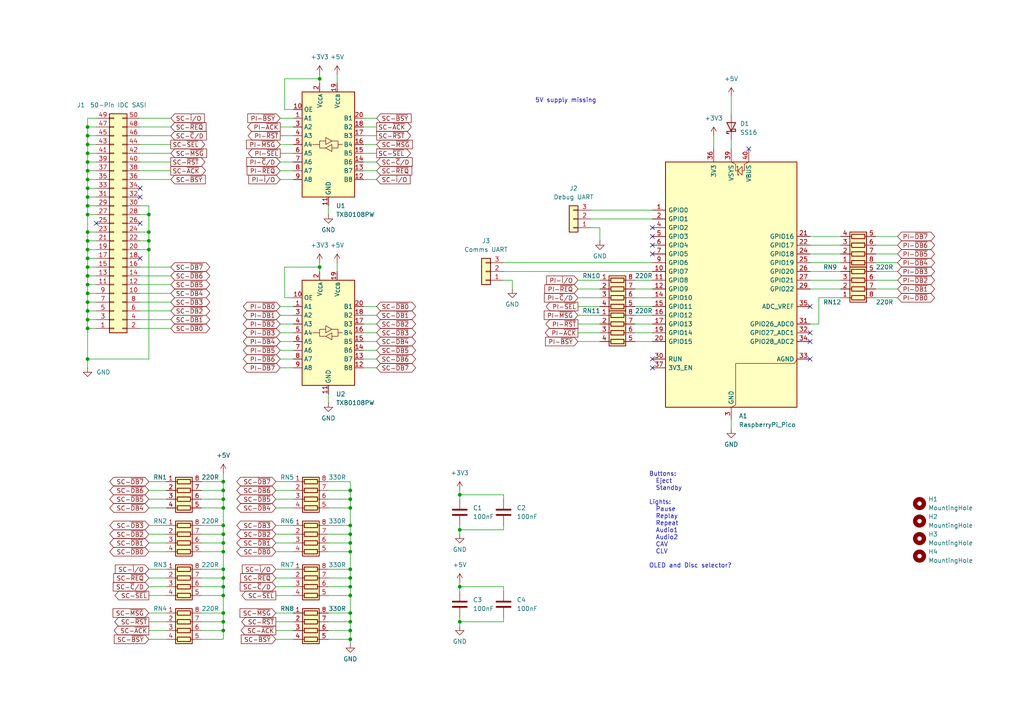
<source format=kicad_sch>
(kicad_sch (version 20231120) (generator "eeschema") (generator_version "8.0")
  (paper "A4")
  (title_block (title "SCSI1 USB Interface") (date "2025-03-15") (rev "1_0") (company "https://domesday86.com") (comment 1 "(c) 2025 Simon Inns") (comment 2 "License: Attribution-ShareAlike 4.0 International (CC BY-SA 4.0)"))
  (junction (at 101.6 177.8))
  (junction (at 101.6 170.18))
  (junction (at 25.4 82.55))
  (junction (at 64.77 180.34))
  (junction (at 25.4 92.71))
  (junction (at 43.18 62.23))
  (junction (at 25.4 95.25))
  (junction (at 25.4 52.07))
  (junction (at 133.35 153.67))
  (junction (at 25.4 39.37))
  (junction (at 25.4 36.83))
  (junction (at 64.77 152.4))
  (junction (at 101.6 142.24))
  (junction (at 25.4 44.45))
  (junction (at 64.77 167.64))
  (junction (at 64.77 165.1))
  (junction (at 101.6 147.32))
  (junction (at 64.77 182.88))
  (junction (at 64.77 139.7))
  (junction (at 64.77 144.78))
  (junction (at 64.77 147.32))
  (junction (at 101.6 167.64))
  (junction (at 101.6 165.1))
  (junction (at 25.4 46.99))
  (junction (at 64.77 177.8))
  (junction (at 25.4 77.47))
  (junction (at 64.77 157.48))
  (junction (at 101.6 185.42))
  (junction (at 25.4 72.39))
  (junction (at 43.18 69.85))
  (junction (at 101.6 182.88))
  (junction (at 43.18 72.39))
  (junction (at 101.6 154.94))
  (junction (at 101.6 160.02))
  (junction (at 25.4 90.17))
  (junction (at 101.6 144.78))
  (junction (at 64.77 160.02))
  (junction (at 101.6 152.4))
  (junction (at 64.77 154.94))
  (junction (at 25.4 74.93))
  (junction (at 25.4 62.23))
  (junction (at 25.4 59.69))
  (junction (at 25.4 80.01))
  (junction (at 92.71 22.86))
  (junction (at 101.6 172.72))
  (junction (at 101.6 157.48))
  (junction (at 133.35 180.34))
  (junction (at 25.4 69.85))
  (junction (at 25.4 41.91))
  (junction (at 64.77 172.72))
  (junction (at 101.6 180.34))
  (junction (at 25.4 85.09))
  (junction (at 25.4 104.14))
  (junction (at 25.4 67.31))
  (junction (at 133.35 170.18))
  (junction (at 92.71 77.47))
  (junction (at 64.77 170.18))
  (junction (at 43.18 67.31))
  (junction (at 25.4 49.53))
  (junction (at 64.77 142.24))
  (junction (at 133.35 143.51))
  (junction (at 25.4 54.61))
  (junction (at 25.4 87.63))
  (junction (at 25.4 57.15))
  (no_connect (at 217.17 43.18))
  (no_connect (at 40.64 64.77))
  (no_connect (at 40.64 54.61))
  (no_connect (at 234.95 99.06))
  (no_connect (at 27.94 64.77))
  (no_connect (at 189.23 71.12))
  (no_connect (at 234.95 96.52))
  (no_connect (at 189.23 68.58))
  (no_connect (at 189.23 106.68))
  (no_connect (at 189.23 66.04))
  (no_connect (at 234.95 88.9))
  (no_connect (at 234.95 104.14))
  (no_connect (at 40.64 74.93))
  (no_connect (at 189.23 104.14))
  (no_connect (at 40.64 57.15))
  (no_connect (at 189.23 73.66))
  (wire (pts (xy 80.01 142.24) (xy 85.09 142.24)))
  (wire (pts (xy 25.4 82.55) (xy 25.4 80.01)))
  (wire (pts (xy 25.4 67.31) (xy 27.94 67.31)))
  (wire (pts (xy 43.18 144.78) (xy 48.26 144.78)))
  (wire (pts (xy 25.4 77.47) (xy 27.94 77.47)))
  (wire (pts (xy 167.64 83.82) (xy 173.99 83.82)))
  (wire (pts (xy 148.59 81.28) (xy 148.59 83.82)))
  (wire (pts (xy 234.95 78.74) (xy 243.84 78.74)))
  (wire (pts (xy 25.4 41.91) (xy 25.4 39.37)))
  (wire (pts (xy 40.64 72.39) (xy 43.18 72.39)))
  (wire (pts (xy 133.35 170.18) (xy 146.05 170.18)))
  (wire (pts (xy 81.28 96.52) (xy 85.09 96.52)))
  (wire (pts (xy 25.4 90.17) (xy 25.4 87.63)))
  (wire (pts (xy 25.4 74.93) (xy 25.4 72.39)))
  (wire (pts (xy 133.35 171.45) (xy 133.35 170.18)))
  (wire (pts (xy 146.05 170.18) (xy 146.05 171.45)))
  (wire (pts (xy 101.6 147.32) (xy 95.25 147.32)))
  (wire (pts (xy 40.64 44.45) (xy 49.53 44.45)))
  (wire (pts (xy 25.4 95.25) (xy 27.94 95.25)))
  (wire (pts (xy 101.6 165.1) (xy 101.6 167.64)))
  (wire (pts (xy 237.49 93.98) (xy 237.49 86.36)))
  (wire (pts (xy 40.64 87.63) (xy 49.53 87.63)))
  (wire (pts (xy 80.01 139.7) (xy 85.09 139.7)))
  (wire (pts (xy 101.6 154.94) (xy 101.6 157.48)))
  (wire (pts (xy 58.42 170.18) (xy 64.77 170.18)))
  (wire (pts (xy 58.42 152.4) (xy 64.77 152.4)))
  (wire (pts (xy 64.77 137.16) (xy 64.77 139.7)))
  (wire (pts (xy 146.05 152.4) (xy 146.05 153.67)))
  (wire (pts (xy 43.18 160.02) (xy 48.26 160.02)))
  (wire (pts (xy 105.41 93.98) (xy 109.22 93.98)))
  (wire (pts (xy 64.77 180.34) (xy 64.77 182.88)))
  (wire (pts (xy 167.64 93.98) (xy 173.99 93.98)))
  (wire (pts (xy 85.09 86.36) (xy 82.55 86.36)))
  (wire (pts (xy 64.77 170.18) (xy 64.77 172.72)))
  (wire (pts (xy 167.64 86.36) (xy 173.99 86.36)))
  (wire (pts (xy 105.41 88.9) (xy 109.22 88.9)))
  (wire (pts (xy 146.05 153.67) (xy 133.35 153.67)))
  (wire (pts (xy 81.28 46.99) (xy 85.09 46.99)))
  (wire (pts (xy 58.42 185.42) (xy 64.77 185.42)))
  (wire (pts (xy 81.28 88.9) (xy 85.09 88.9)))
  (wire (pts (xy 171.45 60.96) (xy 189.23 60.96)))
  (wire (pts (xy 58.42 172.72) (xy 64.77 172.72)))
  (wire (pts (xy 105.41 34.29) (xy 109.22 34.29)))
  (wire (pts (xy 25.4 72.39) (xy 27.94 72.39)))
  (wire (pts (xy 260.35 81.28) (xy 254 81.28)))
  (wire (pts (xy 101.6 142.24) (xy 101.6 144.78)))
  (wire (pts (xy 167.64 99.06) (xy 173.99 99.06)))
  (wire (pts (xy 40.64 46.99) (xy 49.53 46.99)))
  (wire (pts (xy 25.4 44.45) (xy 25.4 41.91)))
  (wire (pts (xy 105.41 46.99) (xy 109.22 46.99)))
  (wire (pts (xy 80.01 165.1) (xy 85.09 165.1)))
  (wire (pts (xy 64.77 167.64) (xy 64.77 170.18)))
  (wire (pts (xy 80.01 177.8) (xy 85.09 177.8)))
  (wire (pts (xy 25.4 44.45) (xy 27.94 44.45)))
  (wire (pts (xy 40.64 52.07) (xy 49.53 52.07)))
  (wire (pts (xy 40.64 34.29) (xy 49.53 34.29)))
  (wire (pts (xy 25.4 72.39) (xy 25.4 69.85)))
  (wire (pts (xy 101.6 139.7) (xy 101.6 142.24)))
  (wire (pts (xy 80.01 180.34) (xy 85.09 180.34)))
  (wire (pts (xy 58.42 180.34) (xy 64.77 180.34)))
  (wire (pts (xy 25.4 87.63) (xy 27.94 87.63)))
  (wire (pts (xy 207.01 39.37) (xy 207.01 43.18)))
  (wire (pts (xy 82.55 31.75) (xy 82.55 22.86)))
  (wire (pts (xy 25.4 52.07) (xy 27.94 52.07)))
  (wire (pts (xy 25.4 92.71) (xy 27.94 92.71)))
  (wire (pts (xy 81.28 44.45) (xy 85.09 44.45)))
  (wire (pts (xy 58.42 157.48) (xy 64.77 157.48)))
  (wire (pts (xy 64.77 157.48) (xy 64.77 160.02)))
  (wire (pts (xy 40.64 39.37) (xy 49.53 39.37)))
  (wire (pts (xy 80.01 157.48) (xy 85.09 157.48)))
  (wire (pts (xy 101.6 180.34) (xy 101.6 182.88)))
  (wire (pts (xy 101.6 139.7) (xy 95.25 139.7)))
  (wire (pts (xy 25.4 92.71) (xy 25.4 90.17)))
  (wire (pts (xy 40.64 67.31) (xy 43.18 67.31)))
  (wire (pts (xy 82.55 86.36) (xy 82.55 77.47)))
  (wire (pts (xy 43.18 104.14) (xy 25.4 104.14)))
  (wire (pts (xy 58.42 167.64) (xy 64.77 167.64)))
  (wire (pts (xy 101.6 157.48) (xy 101.6 160.02)))
  (wire (pts (xy 58.42 139.7) (xy 64.77 139.7)))
  (wire (pts (xy 25.4 69.85) (xy 27.94 69.85)))
  (wire (pts (xy 260.35 73.66) (xy 254 73.66)))
  (wire (pts (xy 43.18 165.1) (xy 48.26 165.1)))
  (wire (pts (xy 43.18 154.94) (xy 48.26 154.94)))
  (wire (pts (xy 133.35 180.34) (xy 133.35 179.07)))
  (wire (pts (xy 58.42 147.32) (xy 64.77 147.32)))
  (wire (pts (xy 101.6 167.64) (xy 95.25 167.64)))
  (wire (pts (xy 105.41 96.52) (xy 109.22 96.52)))
  (wire (pts (xy 25.4 67.31) (xy 25.4 62.23)))
  (wire (pts (xy 81.28 106.68) (xy 85.09 106.68)))
  (wire (pts (xy 81.28 39.37) (xy 85.09 39.37)))
  (wire (pts (xy 64.77 154.94) (xy 64.77 157.48)))
  (wire (pts (xy 40.64 62.23) (xy 43.18 62.23)))
  (wire (pts (xy 25.4 57.15) (xy 25.4 54.61)))
  (wire (pts (xy 58.42 144.78) (xy 64.77 144.78)))
  (wire (pts (xy 133.35 144.78) (xy 133.35 143.51)))
  (wire (pts (xy 25.4 69.85) (xy 25.4 67.31)))
  (wire (pts (xy 43.18 157.48) (xy 48.26 157.48)))
  (wire (pts (xy 184.15 86.36) (xy 189.23 86.36)))
  (wire (pts (xy 184.15 81.28) (xy 189.23 81.28)))
  (wire (pts (xy 105.41 104.14) (xy 109.22 104.14)))
  (wire (pts (xy 40.64 69.85) (xy 43.18 69.85)))
  (wire (pts (xy 92.71 22.86) (xy 92.71 24.13)))
  (wire (pts (xy 101.6 152.4) (xy 101.6 154.94)))
  (wire (pts (xy 101.6 144.78) (xy 101.6 147.32)))
  (wire (pts (xy 40.64 95.25) (xy 49.53 95.25)))
  (wire (pts (xy 80.01 167.64) (xy 85.09 167.64)))
  (wire (pts (xy 40.64 77.47) (xy 49.53 77.47)))
  (wire (pts (xy 101.6 177.8) (xy 95.25 177.8)))
  (wire (pts (xy 81.28 99.06) (xy 85.09 99.06)))
  (wire (pts (xy 101.6 185.42) (xy 101.6 186.69)))
  (wire (pts (xy 58.42 160.02) (xy 64.77 160.02)))
  (wire (pts (xy 85.09 31.75) (xy 82.55 31.75)))
  (wire (pts (xy 81.28 52.07) (xy 85.09 52.07)))
  (wire (pts (xy 212.09 40.64) (xy 212.09 43.18)))
  (wire (pts (xy 105.41 91.44) (xy 109.22 91.44)))
  (wire (pts (xy 184.15 93.98) (xy 189.23 93.98)))
  (wire (pts (xy 133.35 168.91) (xy 133.35 170.18)))
  (wire (pts (xy 25.4 59.69) (xy 25.4 57.15)))
  (wire (pts (xy 133.35 142.24) (xy 133.35 143.51)))
  (wire (pts (xy 184.15 99.06) (xy 189.23 99.06)))
  (wire (pts (xy 40.64 82.55) (xy 49.53 82.55)))
  (wire (pts (xy 25.4 82.55) (xy 27.94 82.55)))
  (wire (pts (xy 101.6 142.24) (xy 95.25 142.24)))
  (wire (pts (xy 25.4 74.93) (xy 27.94 74.93)))
  (wire (pts (xy 146.05 76.2) (xy 189.23 76.2)))
  (wire (pts (xy 173.99 66.04) (xy 173.99 69.85)))
  (wire (pts (xy 80.01 182.88) (xy 85.09 182.88)))
  (wire (pts (xy 81.28 91.44) (xy 85.09 91.44)))
  (wire (pts (xy 43.18 182.88) (xy 48.26 182.88)))
  (wire (pts (xy 64.77 172.72) (xy 64.77 177.8)))
  (wire (pts (xy 105.41 49.53) (xy 109.22 49.53)))
  (wire (pts (xy 43.18 72.39) (xy 43.18 69.85)))
  (wire (pts (xy 43.18 142.24) (xy 48.26 142.24)))
  (wire (pts (xy 25.4 52.07) (xy 25.4 49.53)))
  (wire (pts (xy 25.4 41.91) (xy 27.94 41.91)))
  (wire (pts (xy 101.6 177.8) (xy 101.6 180.34)))
  (wire (pts (xy 101.6 157.48) (xy 95.25 157.48)))
  (wire (pts (xy 105.41 39.37) (xy 109.22 39.37)))
  (wire (pts (xy 101.6 152.4) (xy 95.25 152.4)))
  (wire (pts (xy 105.41 44.45) (xy 109.22 44.45)))
  (wire (pts (xy 25.4 62.23) (xy 25.4 59.69)))
  (wire (pts (xy 146.05 81.28) (xy 148.59 81.28)))
  (wire (pts (xy 81.28 41.91) (xy 85.09 41.91)))
  (wire (pts (xy 43.18 185.42) (xy 48.26 185.42)))
  (wire (pts (xy 80.01 152.4) (xy 85.09 152.4)))
  (wire (pts (xy 25.4 49.53) (xy 25.4 46.99)))
  (wire (pts (xy 133.35 153.67) (xy 133.35 154.94)))
  (wire (pts (xy 167.64 81.28) (xy 173.99 81.28)))
  (wire (pts (xy 25.4 57.15) (xy 27.94 57.15)))
  (wire (pts (xy 25.4 95.25) (xy 25.4 92.71)))
  (wire (pts (xy 40.64 59.69) (xy 43.18 59.69)))
  (wire (pts (xy 58.42 165.1) (xy 64.77 165.1)))
  (wire (pts (xy 146.05 179.07) (xy 146.05 180.34)))
  (wire (pts (xy 43.18 147.32) (xy 48.26 147.32)))
  (wire (pts (xy 64.77 147.32) (xy 64.77 152.4)))
  (wire (pts (xy 234.95 83.82) (xy 243.84 83.82)))
  (wire (pts (xy 43.18 170.18) (xy 48.26 170.18)))
  (wire (pts (xy 234.95 76.2) (xy 243.84 76.2)))
  (wire (pts (xy 234.95 68.58) (xy 243.84 68.58)))
  (wire (pts (xy 167.64 91.44) (xy 173.99 91.44)))
  (wire (pts (xy 260.35 76.2) (xy 254 76.2)))
  (wire (pts (xy 146.05 180.34) (xy 133.35 180.34)))
  (wire (pts (xy 81.28 36.83) (xy 85.09 36.83)))
  (wire (pts (xy 81.28 104.14) (xy 85.09 104.14)))
  (wire (pts (xy 25.4 80.01) (xy 25.4 77.47)))
  (wire (pts (xy 260.35 86.36) (xy 254 86.36)))
  (wire (pts (xy 25.4 36.83) (xy 25.4 34.29)))
  (wire (pts (xy 58.42 177.8) (xy 64.77 177.8)))
  (wire (pts (xy 40.64 90.17) (xy 49.53 90.17)))
  (wire (pts (xy 25.4 77.47) (xy 25.4 74.93)))
  (wire (pts (xy 25.4 39.37) (xy 25.4 36.83)))
  (wire (pts (xy 105.41 36.83) (xy 109.22 36.83)))
  (wire (pts (xy 234.95 81.28) (xy 243.84 81.28)))
  (wire (pts (xy 234.95 73.66) (xy 243.84 73.66)))
  (wire (pts (xy 184.15 96.52) (xy 189.23 96.52)))
  (wire (pts (xy 25.4 34.29) (xy 27.94 34.29)))
  (wire (pts (xy 40.64 49.53) (xy 49.53 49.53)))
  (wire (pts (xy 101.6 154.94) (xy 95.25 154.94)))
  (wire (pts (xy 58.42 182.88) (xy 64.77 182.88)))
  (wire (pts (xy 95.25 59.69) (xy 95.25 62.23)))
  (wire (pts (xy 167.64 96.52) (xy 173.99 96.52)))
  (wire (pts (xy 25.4 104.14) (xy 25.4 95.25)))
  (wire (pts (xy 101.6 144.78) (xy 95.25 144.78)))
  (wire (pts (xy 260.35 71.12) (xy 254 71.12)))
  (wire (pts (xy 101.6 165.1) (xy 95.25 165.1)))
  (wire (pts (xy 184.15 91.44) (xy 189.23 91.44)))
  (wire (pts (xy 43.18 152.4) (xy 48.26 152.4)))
  (wire (pts (xy 43.18 69.85) (xy 43.18 67.31)))
  (wire (pts (xy 97.79 76.2) (xy 97.79 78.74)))
  (wire (pts (xy 97.79 21.59) (xy 97.79 24.13)))
  (wire (pts (xy 43.18 172.72) (xy 48.26 172.72)))
  (wire (pts (xy 237.49 86.36) (xy 243.84 86.36)))
  (wire (pts (xy 25.4 85.09) (xy 25.4 82.55)))
  (wire (pts (xy 25.4 39.37) (xy 27.94 39.37)))
  (wire (pts (xy 25.4 90.17) (xy 27.94 90.17)))
  (wire (pts (xy 64.77 144.78) (xy 64.77 147.32)))
  (wire (pts (xy 234.95 71.12) (xy 243.84 71.12)))
  (wire (pts (xy 101.6 170.18) (xy 95.25 170.18)))
  (wire (pts (xy 146.05 143.51) (xy 146.05 144.78)))
  (wire (pts (xy 212.09 121.92) (xy 212.09 124.46)))
  (wire (pts (xy 80.01 160.02) (xy 85.09 160.02)))
  (wire (pts (xy 260.35 78.74) (xy 254 78.74)))
  (wire (pts (xy 25.4 59.69) (xy 27.94 59.69)))
  (wire (pts (xy 80.01 170.18) (xy 85.09 170.18)))
  (wire (pts (xy 25.4 85.09) (xy 27.94 85.09)))
  (wire (pts (xy 101.6 160.02) (xy 95.25 160.02)))
  (wire (pts (xy 81.28 93.98) (xy 85.09 93.98)))
  (wire (pts (xy 184.15 88.9) (xy 189.23 88.9)))
  (wire (pts (xy 40.64 41.91) (xy 49.53 41.91)))
  (wire (pts (xy 101.6 172.72) (xy 95.25 172.72)))
  (wire (pts (xy 105.41 106.68) (xy 109.22 106.68)))
  (wire (pts (xy 25.4 36.83) (xy 27.94 36.83)))
  (wire (pts (xy 25.4 54.61) (xy 25.4 52.07)))
  (wire (pts (xy 64.77 152.4) (xy 64.77 154.94)))
  (wire (pts (xy 64.77 160.02) (xy 64.77 165.1)))
  (wire (pts (xy 25.4 106.68) (xy 25.4 104.14)))
  (wire (pts (xy 101.6 182.88) (xy 101.6 185.42)))
  (wire (pts (xy 80.01 144.78) (xy 85.09 144.78)))
  (wire (pts (xy 101.6 160.02) (xy 101.6 165.1)))
  (wire (pts (xy 260.35 83.82) (xy 254 83.82)))
  (wire (pts (xy 43.18 139.7) (xy 48.26 139.7)))
  (wire (pts (xy 82.55 77.47) (xy 92.71 77.47)))
  (wire (pts (xy 80.01 147.32) (xy 85.09 147.32)))
  (wire (pts (xy 25.4 46.99) (xy 27.94 46.99)))
  (wire (pts (xy 25.4 49.53) (xy 27.94 49.53)))
  (wire (pts (xy 43.18 72.39) (xy 43.18 104.14)))
  (wire (pts (xy 101.6 147.32) (xy 101.6 152.4)))
  (wire (pts (xy 40.64 80.01) (xy 49.53 80.01)))
  (wire (pts (xy 64.77 177.8) (xy 64.77 180.34)))
  (wire (pts (xy 92.71 77.47) (xy 92.71 78.74)))
  (wire (pts (xy 81.28 49.53) (xy 85.09 49.53)))
  (wire (pts (xy 43.18 62.23) (xy 43.18 59.69)))
  (wire (pts (xy 81.28 101.6) (xy 85.09 101.6)))
  (wire (pts (xy 40.64 85.09) (xy 49.53 85.09)))
  (wire (pts (xy 105.41 41.91) (xy 109.22 41.91)))
  (wire (pts (xy 105.41 99.06) (xy 109.22 99.06)))
  (wire (pts (xy 171.45 66.04) (xy 173.99 66.04)))
  (wire (pts (xy 234.95 93.98) (xy 237.49 93.98)))
  (wire (pts (xy 133.35 143.51) (xy 146.05 143.51)))
  (wire (pts (xy 43.18 167.64) (xy 48.26 167.64)))
  (wire (pts (xy 212.09 27.94) (xy 212.09 33.02)))
  (wire (pts (xy 80.01 185.42) (xy 85.09 185.42)))
  (wire (pts (xy 133.35 180.34) (xy 133.35 181.61)))
  (wire (pts (xy 101.6 170.18) (xy 101.6 172.72)))
  (wire (pts (xy 25.4 62.23) (xy 27.94 62.23)))
  (wire (pts (xy 101.6 182.88) (xy 95.25 182.88)))
  (wire (pts (xy 82.55 22.86) (xy 92.71 22.86)))
  (wire (pts (xy 105.41 52.07) (xy 109.22 52.07)))
  (wire (pts (xy 101.6 167.64) (xy 101.6 170.18)))
  (wire (pts (xy 80.01 154.94) (xy 85.09 154.94)))
  (wire (pts (xy 64.77 165.1) (xy 64.77 167.64)))
  (wire (pts (xy 25.4 87.63) (xy 25.4 85.09)))
  (wire (pts (xy 25.4 80.01) (xy 27.94 80.01)))
  (wire (pts (xy 81.28 34.29) (xy 85.09 34.29)))
  (wire (pts (xy 184.15 83.82) (xy 189.23 83.82)))
  (wire (pts (xy 43.18 67.31) (xy 43.18 62.23)))
  (wire (pts (xy 171.45 63.5) (xy 189.23 63.5)))
  (wire (pts (xy 43.18 177.8) (xy 48.26 177.8)))
  (wire (pts (xy 101.6 185.42) (xy 95.25 185.42)))
  (wire (pts (xy 43.18 180.34) (xy 48.26 180.34)))
  (wire (pts (xy 101.6 180.34) (xy 95.25 180.34)))
  (wire (pts (xy 92.71 21.59) (xy 92.71 22.86)))
  (wire (pts (xy 105.41 101.6) (xy 109.22 101.6)))
  (wire (pts (xy 101.6 172.72) (xy 101.6 177.8)))
  (wire (pts (xy 64.77 139.7) (xy 64.77 142.24)))
  (wire (pts (xy 92.71 76.2) (xy 92.71 77.47)))
  (wire (pts (xy 80.01 172.72) (xy 85.09 172.72)))
  (wire (pts (xy 25.4 46.99) (xy 25.4 44.45)))
  (wire (pts (xy 260.35 68.58) (xy 254 68.58)))
  (wire (pts (xy 146.05 78.74) (xy 189.23 78.74)))
  (wire (pts (xy 167.64 88.9) (xy 173.99 88.9)))
  (wire (pts (xy 64.77 142.24) (xy 64.77 144.78)))
  (wire (pts (xy 133.35 153.67) (xy 133.35 152.4)))
  (wire (pts (xy 40.64 36.83) (xy 49.53 36.83)))
  (wire (pts (xy 58.42 154.94) (xy 64.77 154.94)))
  (wire (pts (xy 58.42 142.24) (xy 64.77 142.24)))
  (wire (pts (xy 95.25 114.3) (xy 95.25 116.84)))
  (wire (pts (xy 25.4 54.61) (xy 27.94 54.61)))
  (wire (pts (xy 40.64 92.71) (xy 49.53 92.71)))
  (wire (pts (xy 64.77 182.88) (xy 64.77 185.42)))
  (text "Buttons:\n  Eject\n  Standby\n\nLights:\n  Pause\n  Replay\n  Repeat\n  Audio1\n  Audio2\n  CAV\n  CLV\n\nOLED and Disc selector?" (at 188.214 150.876 0) (effects (font (size 1.27 1.27)) (justify left)))
  (text "5V supply missing" (at 164.084 29.21 0) (effects (font (size 1.27 1.27))))
  (global_label "SC-~{DB4}" (shape bidirectional) (at 109.22 99.06 0) (property "Intersheetrefs" "${INTERSHEET_REFS}" (effects (hide yes))))
  (global_label "PI-~{BSY}" (shape input) (at 167.64 99.06 180) (property "Intersheetrefs" "${INTERSHEET_REFS}" (effects (hide yes))))
  (global_label "SC-~{REQ}" (shape input) (at 49.53 36.83 0) (property "Intersheetrefs" "${INTERSHEET_REFS}" (effects (hide yes))))
  (global_label "PI-~{RST}" (shape output) (at 81.28 39.37 180) (property "Intersheetrefs" "${INTERSHEET_REFS}" (effects (hide yes))))
  (global_label "SC-~{DB3}" (shape bidirectional) (at 43.18 152.4 180) (property "Intersheetrefs" "${INTERSHEET_REFS}" (effects (hide yes))))
  (global_label "SC-~{I}{slash}O" (shape input) (at 43.18 165.1 180) (property "Intersheetrefs" "${INTERSHEET_REFS}" (effects (hide yes))))
  (global_label "SC-~{SEL}" (shape output) (at 49.53 41.91 0) (property "Intersheetrefs" "${INTERSHEET_REFS}" (effects (hide yes))))
  (global_label "PI-~{C}{slash}D" (shape input) (at 167.64 86.36 180) (property "Intersheetrefs" "${INTERSHEET_REFS}" (effects (hide yes))))
  (global_label "SC-~{C}{slash}D" (shape input) (at 49.53 39.37 0) (property "Intersheetrefs" "${INTERSHEET_REFS}" (effects (hide yes))))
  (global_label "SC-~{DB0}" (shape bidirectional) (at 43.18 160.02 180) (property "Intersheetrefs" "${INTERSHEET_REFS}" (effects (hide yes))))
  (global_label "SC-~{DB4}" (shape bidirectional) (at 80.01 147.32 180) (property "Intersheetrefs" "${INTERSHEET_REFS}" (effects (hide yes))))
  (global_label "SC-~{MSG}" (shape input) (at 49.53 44.45 0) (property "Intersheetrefs" "${INTERSHEET_REFS}" (effects (hide yes))))
  (global_label "PI-~{DB0}" (shape bidirectional) (at 81.28 88.9 180) (property "Intersheetrefs" "${INTERSHEET_REFS}" (effects (hide yes))))
  (global_label "PI-~{REQ}" (shape input) (at 167.64 83.82 180) (property "Intersheetrefs" "${INTERSHEET_REFS}" (effects (hide yes))))
  (global_label "PI-~{RST}" (shape output) (at 167.64 93.98 180) (property "Intersheetrefs" "${INTERSHEET_REFS}" (effects (hide yes))))
  (global_label "SC-~{DB0}" (shape bidirectional) (at 49.53 95.25 0) (property "Intersheetrefs" "${INTERSHEET_REFS}" (effects (hide yes))))
  (global_label "SC-~{I}{slash}O" (shape input) (at 49.53 34.29 0) (property "Intersheetrefs" "${INTERSHEET_REFS}" (effects (hide yes))))
  (global_label "PI-~{DB1}" (shape bidirectional) (at 260.35 83.82 0) (property "Intersheetrefs" "${INTERSHEET_REFS}" (effects (hide yes))))
  (global_label "PI-~{I}{slash}O" (shape input) (at 167.64 81.28 180) (property "Intersheetrefs" "${INTERSHEET_REFS}" (effects (hide yes))))
  (global_label "SC-~{DB5}" (shape bidirectional) (at 43.18 144.78 180) (property "Intersheetrefs" "${INTERSHEET_REFS}" (effects (hide yes))))
  (global_label "PI-~{DB2}" (shape bidirectional) (at 81.28 93.98 180) (property "Intersheetrefs" "${INTERSHEET_REFS}" (effects (hide yes))))
  (global_label "SC-~{SEL}" (shape output) (at 109.22 44.45 0) (property "Intersheetrefs" "${INTERSHEET_REFS}" (effects (hide yes))))
  (global_label "SC-~{RST}" (shape output) (at 43.18 180.34 180) (property "Intersheetrefs" "${INTERSHEET_REFS}" (effects (hide yes))))
  (global_label "PI-~{DB7}" (shape bidirectional) (at 260.35 68.58 0) (property "Intersheetrefs" "${INTERSHEET_REFS}" (effects (hide yes))))
  (global_label "SC-~{ACK}" (shape output) (at 80.01 182.88 180) (property "Intersheetrefs" "${INTERSHEET_REFS}" (effects (hide yes))))
  (global_label "PI-~{SEL}" (shape output) (at 167.64 88.9 180) (property "Intersheetrefs" "${INTERSHEET_REFS}" (effects (hide yes))))
  (global_label "SC-~{DB5}" (shape bidirectional) (at 49.53 82.55 0) (property "Intersheetrefs" "${INTERSHEET_REFS}" (effects (hide yes))))
  (global_label "SC-~{SEL}" (shape output) (at 43.18 172.72 180) (property "Intersheetrefs" "${INTERSHEET_REFS}" (effects (hide yes))))
  (global_label "SC-~{C}{slash}D" (shape input) (at 80.01 170.18 180) (property "Intersheetrefs" "${INTERSHEET_REFS}" (effects (hide yes))))
  (global_label "PI-~{DB4}" (shape bidirectional) (at 81.28 99.06 180) (property "Intersheetrefs" "${INTERSHEET_REFS}" (effects (hide yes))))
  (global_label "SC-~{DB7}" (shape bidirectional) (at 80.01 139.7 180) (property "Intersheetrefs" "${INTERSHEET_REFS}" (effects (hide yes))))
  (global_label "SC-~{MSG}" (shape input) (at 43.18 177.8 180) (property "Intersheetrefs" "${INTERSHEET_REFS}" (effects (hide yes))))
  (global_label "SC-~{I}{slash}O" (shape input) (at 80.01 165.1 180) (property "Intersheetrefs" "${INTERSHEET_REFS}" (effects (hide yes))))
  (global_label "SC-~{RST}" (shape output) (at 49.53 46.99 0) (property "Intersheetrefs" "${INTERSHEET_REFS}" (effects (hide yes))))
  (global_label "SC-~{ACK}" (shape output) (at 109.22 36.83 0) (property "Intersheetrefs" "${INTERSHEET_REFS}" (effects (hide yes))))
  (global_label "SC-~{RST}" (shape output) (at 109.22 39.37 0) (property "Intersheetrefs" "${INTERSHEET_REFS}" (effects (hide yes))))
  (global_label "SC-~{BSY}" (shape input) (at 43.18 185.42 180) (property "Intersheetrefs" "${INTERSHEET_REFS}" (effects (hide yes))))
  (global_label "SC-~{REQ}" (shape input) (at 43.18 167.64 180) (property "Intersheetrefs" "${INTERSHEET_REFS}" (effects (hide yes))))
  (global_label "PI-~{ACK}" (shape output) (at 167.64 96.52 180) (property "Intersheetrefs" "${INTERSHEET_REFS}" (effects (hide yes))))
  (global_label "SC-~{DB6}" (shape bidirectional) (at 49.53 80.01 0) (property "Intersheetrefs" "${INTERSHEET_REFS}" (effects (hide yes))))
  (global_label "PI-~{REQ}" (shape input) (at 81.28 49.53 180) (property "Intersheetrefs" "${INTERSHEET_REFS}" (effects (hide yes))))
  (global_label "SC-~{DB6}" (shape bidirectional) (at 80.01 142.24 180) (property "Intersheetrefs" "${INTERSHEET_REFS}" (effects (hide yes))))
  (global_label "PI-~{DB7}" (shape bidirectional) (at 81.28 106.68 180) (property "Intersheetrefs" "${INTERSHEET_REFS}" (effects (hide yes))))
  (global_label "PI-~{DB1}" (shape bidirectional) (at 81.28 91.44 180) (property "Intersheetrefs" "${INTERSHEET_REFS}" (effects (hide yes))))
  (global_label "SC-~{DB4}" (shape bidirectional) (at 49.53 85.09 0) (property "Intersheetrefs" "${INTERSHEET_REFS}" (effects (hide yes))))
  (global_label "SC-~{BSY}" (shape input) (at 109.22 34.29 0) (property "Intersheetrefs" "${INTERSHEET_REFS}" (effects (hide yes))))
  (global_label "PI-~{I}{slash}O" (shape input) (at 81.28 52.07 180) (property "Intersheetrefs" "${INTERSHEET_REFS}" (effects (hide yes))))
  (global_label "SC-~{MSG}" (shape input) (at 109.22 41.91 0) (property "Intersheetrefs" "${INTERSHEET_REFS}" (effects (hide yes))))
  (global_label "PI-~{ACK}" (shape output) (at 81.28 36.83 180) (property "Intersheetrefs" "${INTERSHEET_REFS}" (effects (hide yes))))
  (global_label "SC-~{SEL}" (shape output) (at 80.01 172.72 180) (property "Intersheetrefs" "${INTERSHEET_REFS}" (effects (hide yes))))
  (global_label "PI-~{BSY}" (shape input) (at 81.28 34.29 180) (property "Intersheetrefs" "${INTERSHEET_REFS}" (effects (hide yes))))
  (global_label "SC-~{DB2}" (shape bidirectional) (at 49.53 90.17 0) (property "Intersheetrefs" "${INTERSHEET_REFS}" (effects (hide yes))))
  (global_label "SC-~{BSY}" (shape input) (at 49.53 52.07 0) (property "Intersheetrefs" "${INTERSHEET_REFS}" (effects (hide yes))))
  (global_label "PI-~{DB5}" (shape bidirectional) (at 260.35 73.66 0) (property "Intersheetrefs" "${INTERSHEET_REFS}" (effects (hide yes))))
  (global_label "PI-~{DB5}" (shape bidirectional) (at 81.28 101.6 180) (property "Intersheetrefs" "${INTERSHEET_REFS}" (effects (hide yes))))
  (global_label "SC-~{DB3}" (shape bidirectional) (at 109.22 96.52 0) (property "Intersheetrefs" "${INTERSHEET_REFS}" (effects (hide yes))))
  (global_label "SC-~{RST}" (shape output) (at 80.01 180.34 180) (property "Intersheetrefs" "${INTERSHEET_REFS}" (effects (hide yes))))
  (global_label "SC-~{DB7}" (shape bidirectional) (at 109.22 106.68 0) (property "Intersheetrefs" "${INTERSHEET_REFS}" (effects (hide yes))))
  (global_label "SC-~{C}{slash}D" (shape input) (at 43.18 170.18 180) (property "Intersheetrefs" "${INTERSHEET_REFS}" (effects (hide yes))))
  (global_label "SC-~{DB3}" (shape bidirectional) (at 49.53 87.63 0) (property "Intersheetrefs" "${INTERSHEET_REFS}" (effects (hide yes))))
  (global_label "SC-~{DB3}" (shape bidirectional) (at 80.01 152.4 180) (property "Intersheetrefs" "${INTERSHEET_REFS}" (effects (hide yes))))
  (global_label "SC-~{ACK}" (shape output) (at 49.53 49.53 0) (property "Intersheetrefs" "${INTERSHEET_REFS}" (effects (hide yes))))
  (global_label "SC-~{DB1}" (shape bidirectional) (at 80.01 157.48 180) (property "Intersheetrefs" "${INTERSHEET_REFS}" (effects (hide yes))))
  (global_label "PI-~{DB6}" (shape bidirectional) (at 81.28 104.14 180) (property "Intersheetrefs" "${INTERSHEET_REFS}" (effects (hide yes))))
  (global_label "SC-~{I}{slash}O" (shape input) (at 109.22 52.07 0) (property "Intersheetrefs" "${INTERSHEET_REFS}" (effects (hide yes))))
  (global_label "SC-~{DB2}" (shape bidirectional) (at 80.01 154.94 180) (property "Intersheetrefs" "${INTERSHEET_REFS}" (effects (hide yes))))
  (global_label "SC-~{MSG}" (shape input) (at 80.01 177.8 180) (property "Intersheetrefs" "${INTERSHEET_REFS}" (effects (hide yes))))
  (global_label "PI-~{DB3}" (shape bidirectional) (at 260.35 78.74 0) (property "Intersheetrefs" "${INTERSHEET_REFS}" (effects (hide yes))))
  (global_label "SC-~{DB1}" (shape bidirectional) (at 43.18 157.48 180) (property "Intersheetrefs" "${INTERSHEET_REFS}" (effects (hide yes))))
  (global_label "SC-~{DB7}" (shape bidirectional) (at 43.18 139.7 180) (property "Intersheetrefs" "${INTERSHEET_REFS}" (effects (hide yes))))
  (global_label "PI-~{DB6}" (shape bidirectional) (at 260.35 71.12 0) (property "Intersheetrefs" "${INTERSHEET_REFS}" (effects (hide yes))))
  (global_label "SC-~{C}{slash}D" (shape input) (at 109.22 46.99 0) (property "Intersheetrefs" "${INTERSHEET_REFS}" (effects (hide yes))))
  (global_label "SC-~{BSY}" (shape input) (at 80.01 185.42 180) (property "Intersheetrefs" "${INTERSHEET_REFS}" (effects (hide yes))))
  (global_label "PI-~{MSG}" (shape input) (at 167.64 91.44 180) (property "Intersheetrefs" "${INTERSHEET_REFS}" (effects (hide yes))))
  (global_label "PI-~{DB2}" (shape bidirectional) (at 260.35 81.28 0) (property "Intersheetrefs" "${INTERSHEET_REFS}" (effects (hide yes))))
  (global_label "SC-~{DB1}" (shape bidirectional) (at 109.22 91.44 0) (property "Intersheetrefs" "${INTERSHEET_REFS}" (effects (hide yes))))
  (global_label "SC-~{DB6}" (shape bidirectional) (at 43.18 142.24 180) (property "Intersheetrefs" "${INTERSHEET_REFS}" (effects (hide yes))))
  (global_label "SC-~{DB2}" (shape bidirectional) (at 109.22 93.98 0) (property "Intersheetrefs" "${INTERSHEET_REFS}" (effects (hide yes))))
  (global_label "PI-~{DB0}" (shape bidirectional) (at 260.35 86.36 0) (property "Intersheetrefs" "${INTERSHEET_REFS}" (effects (hide yes))))
  (global_label "SC-~{REQ}" (shape input) (at 109.22 49.53 0) (property "Intersheetrefs" "${INTERSHEET_REFS}" (effects (hide yes))))
  (global_label "SC-~{DB7}" (shape bidirectional) (at 49.53 77.47 0) (property "Intersheetrefs" "${INTERSHEET_REFS}" (effects (hide yes))))
  (global_label "SC-~{ACK}" (shape output) (at 43.18 182.88 180) (property "Intersheetrefs" "${INTERSHEET_REFS}" (effects (hide yes))))
  (global_label "PI-~{MSG}" (shape input) (at 81.28 41.91 180) (property "Intersheetrefs" "${INTERSHEET_REFS}" (effects (hide yes))))
  (global_label "PI-~{DB3}" (shape bidirectional) (at 81.28 96.52 180) (property "Intersheetrefs" "${INTERSHEET_REFS}" (effects (hide yes))))
  (global_label "SC-~{DB0}" (shape bidirectional) (at 109.22 88.9 0) (property "Intersheetrefs" "${INTERSHEET_REFS}" (effects (hide yes))))
  (global_label "SC-~{DB5}" (shape bidirectional) (at 109.22 101.6 0) (property "Intersheetrefs" "${INTERSHEET_REFS}" (effects (hide yes))))
  (global_label "SC-~{DB4}" (shape bidirectional) (at 43.18 147.32 180) (property "Intersheetrefs" "${INTERSHEET_REFS}" (effects (hide yes))))
  (global_label "PI-~{DB4}" (shape bidirectional) (at 260.35 76.2 0) (property "Intersheetrefs" "${INTERSHEET_REFS}" (effects (hide yes))))
  (global_label "PI-~{C}{slash}D" (shape input) (at 81.28 46.99 180) (property "Intersheetrefs" "${INTERSHEET_REFS}" (effects (hide yes))))
  (global_label "SC-~{DB0}" (shape bidirectional) (at 80.01 160.02 180) (property "Intersheetrefs" "${INTERSHEET_REFS}" (effects (hide yes))))
  (global_label "SC-~{DB6}" (shape bidirectional) (at 109.22 104.14 0) (property "Intersheetrefs" "${INTERSHEET_REFS}" (effects (hide yes))))
  (global_label "SC-~{DB5}" (shape bidirectional) (at 80.01 144.78 180) (property "Intersheetrefs" "${INTERSHEET_REFS}" (effects (hide yes))))
  (global_label "SC-~{DB2}" (shape bidirectional) (at 43.18 154.94 180) (property "Intersheetrefs" "${INTERSHEET_REFS}" (effects (hide yes))))
  (global_label "SC-~{REQ}" (shape input) (at 80.01 167.64 180) (property "Intersheetrefs" "${INTERSHEET_REFS}" (effects (hide yes))))
  (global_label "SC-~{DB1}" (shape bidirectional) (at 49.53 92.71 0) (property "Intersheetrefs" "${INTERSHEET_REFS}" (effects (hide yes))))
  (global_label "PI-~{SEL}" (shape output) (at 81.28 44.45 180) (property "Intersheetrefs" "${INTERSHEET_REFS}" (effects (hide yes))))
  (symbol (lib_id "Mechanical:MountingHole") (at 266.7 151.13 0) (unit 1) (exclude_from_sim yes) (in_bom no)
    (property "Reference" "H2" (at 269.24 149.8599 0) (effects (justify left)))
    (property "Value" "MountingHole" (at 269.24 152.3999 0) (effects (justify left)))
    (property "Footprint" "MountingHole:MountingHole_3.2mm_M3" (effects (hide yes)))
    (property "Description" "Mounting Hole without connection" (effects (hide yes)))
  )
  (symbol (lib_id "power:GND") (at 95.25 62.23 0) (unit 1)
    (property "Reference" "#PWR06" (effects (hide yes)))
    (property "Value" "GND" (at 95.25 66.675 0))
    (property "Description" "Power symbol creates a global label with name \"GND\" , ground" (effects (hide yes)))
  )
  (symbol (lib_id "power:+5V") (at 64.77 137.16 0) (unit 1)
    (property "Reference" "#PWR03" (effects (hide yes)))
    (property "Value" "+5V" (at 64.77 132.08 0))
    (property "Description" "Power symbol creates a global label with name \"+5V\"" (effects (hide yes)))
  )
  (symbol (lib_id "power:GND") (at 212.09 124.46 0) (unit 1)
    (property "Reference" "#PWR010" (effects (hide yes)))
    (property "Value" "GND" (at 212.09 128.905 0))
    (property "Description" "Power symbol creates a global label with name \"GND\" , ground" (effects (hide yes)))
  )
  (symbol (lib_id "power:+5V") (at 212.09 27.94 0) (unit 1)
    (property "Reference" "#PWR011" (effects (hide yes)))
    (property "Value" "+5V" (at 212.09 22.86 0))
    (property "Description" "Power symbol creates a global label with name \"+5V\"" (effects (hide yes)))
  )
  (symbol (lib_id "Device:R_Pack04") (at 53.34 182.88 270) (unit 1)
    (property "Reference" "RN4" (at 44.45 176.53 90) (effects (justify left)))
    (property "Value" "220R" (at 58.42 176.53 90) (effects (justify left)))
    (property "Footprint" "Resistor_SMD:R_Array_Convex_4x1206" (effects (hide yes)))
    (property "Description" "4 resistor network, parallel topology" (effects (hide yes)))
  )
  (symbol (lib_id "Device:C") (at 133.35 175.26 0) (unit 1)
    (property "Reference" "C3" (at 137.16 173.9899 0) (effects (justify left)))
    (property "Value" "100nF" (at 137.16 176.5299 0) (effects (justify left)))
    (property "Footprint" "Capacitor_SMD:C_0805_2012Metric" (effects (hide yes)))
    (property "Description" "Unpolarized capacitor" (effects (hide yes)))
  )
  (symbol (lib_id "power:GND") (at 173.99 69.85 0) (unit 1)
    (property "Reference" "#PWR017" (effects (hide yes)))
    (property "Value" "GND" (at 173.99 74.295 0))
    (property "Description" "Power symbol creates a global label with name \"GND\" , ground" (effects (hide yes)))
  )
  (symbol (lib_id "Device:C") (at 146.05 175.26 0) (unit 1)
    (property "Reference" "C4" (at 149.86 173.9899 0) (effects (justify left)))
    (property "Value" "100nF" (at 149.86 176.5299 0) (effects (justify left)))
    (property "Footprint" "Capacitor_SMD:C_0805_2012Metric" (effects (hide yes)))
    (property "Description" "Unpolarized capacitor" (effects (hide yes)))
  )
  (symbol (lib_id "Device:R_Pack04") (at 90.17 144.78 270) (unit 1)
    (property "Reference" "RN5" (at 81.28 138.43 90) (effects (justify left)))
    (property "Value" "330R" (at 95.25 138.43 90) (effects (justify left)))
    (property "Footprint" "Resistor_SMD:R_Array_Convex_4x1206" (effects (hide yes)))
    (property "Description" "4 resistor network, parallel topology" (effects (hide yes)))
  )
  (symbol (lib_id "Device:R_Pack04") (at 90.17 182.88 270) (unit 1)
    (property "Reference" "RN8" (at 81.28 176.53 90) (effects (justify left)))
    (property "Value" "330R" (at 95.25 176.53 90) (effects (justify left)))
    (property "Footprint" "Resistor_SMD:R_Array_Convex_4x1206" (effects (hide yes)))
    (property "Description" "4 resistor network, parallel topology" (effects (hide yes)))
  )
  (symbol (lib_id "power:+3V3") (at 92.71 76.2 0) (unit 1)
    (property "Reference" "#PWR07" (effects (hide yes)))
    (property "Value" "+3V3" (at 92.71 71.12 0))
    (property "Description" "Power symbol creates a global label with name \"+3V3\"" (effects (hide yes)))
  )
  (symbol (lib_id "Device:R_Pack04") (at 179.07 86.36 270) (unit 1)
    (property "Reference" "RN10" (at 168.91 80.01 90) (effects (justify left)))
    (property "Value" "220R" (at 184.15 80.01 90) (effects (justify left)))
    (property "Footprint" "Resistor_SMD:R_Array_Convex_4x1206" (effects (hide yes)))
    (property "Description" "4 resistor network, parallel topology" (effects (hide yes)))
  )
  (symbol (lib_id "MCU_Module_RaspberryPi_Pico:RaspberryPi_Pico") (at 212.09 83.82 0) (unit 1)
    (property "Reference" "A1" (at 214.2841 120.65 0) (effects (justify left)))
    (property "Value" "RaspberryPi_Pico" (at 214.2841 123.19 0) (effects (justify left)))
    (property "Footprint" "Module_RaspberryPi_Pico:RaspberryPi_Pico_Common" (effects (hide yes)))
    (property "Datasheet" "https://datasheets.raspberrypi.com/pico/pico-datasheet.pdf" (effects (hide yes)))
    (property "Description" "Versatile and inexpensive microcontroller module powered by RP2040 dual-core Arm Cortex-M0+ processor up to 133 MHz, 264kB SRAM, 2MB QSPI flash" (effects (hide yes)))
  )
  (symbol (lib_id "Device:R_Pack04") (at 248.92 71.12 270) (mirror x) (unit 1)
    (property "Reference" "RN9" (at 238.76 77.47 90) (effects (justify left)))
    (property "Value" "220R" (at 254 77.47 90) (effects (justify left)))
    (property "Footprint" "Resistor_SMD:R_Array_Convex_4x1206" (effects (hide yes)))
    (property "Description" "4 resistor network, parallel topology" (effects (hide yes)))
  )
  (symbol (lib_id "Connector_Generic:Conn_01x03") (at 166.37 63.5 180) (unit 1)
    (property "Reference" "J2" (at 166.37 54.61 0))
    (property "Value" "Debug UART" (at 166.37 57.15 0))
    (property "Footprint" "Connector_PinHeader_2.54mm:PinHeader_1x03_P2.54mm_Vertical" (effects (hide yes)))
    (property "Description" "Generic connector, single row, 01x03, script generated (kicad-library-utils/schlib/autogen/connector/)" (effects (hide yes)))
  )
  (symbol (lib_id "power:GND") (at 148.59 83.82 0) (unit 1)
    (property "Reference" "#PWR018" (effects (hide yes)))
    (property "Value" "GND" (at 148.59 88.265 0))
    (property "Description" "Power symbol creates a global label with name \"GND\" , ground" (effects (hide yes)))
  )
  (symbol (lib_id "power:GND") (at 95.25 116.84 0) (unit 1)
    (property "Reference" "#PWR08" (effects (hide yes)))
    (property "Value" "GND" (at 95.25 121.285 0))
    (property "Description" "Power symbol creates a global label with name \"GND\" , ground" (effects (hide yes)))
  )
  (symbol (lib_id "power:GND") (at 101.6 186.69 0) (unit 1)
    (property "Reference" "#PWR02" (effects (hide yes)))
    (property "Value" "GND" (at 101.6 191.135 0))
    (property "Description" "Power symbol creates a global label with name \"GND\" , ground" (effects (hide yes)))
  )
  (symbol (lib_id "Mechanical:MountingHole") (at 266.7 161.29 0) (unit 1) (exclude_from_sim yes) (in_bom no)
    (property "Reference" "H4" (at 269.24 160.0199 0) (effects (justify left)))
    (property "Value" "MountingHole" (at 269.24 162.5599 0) (effects (justify left)))
    (property "Footprint" "MountingHole:MountingHole_3.2mm_M3" (effects (hide yes)))
    (property "Description" "Mounting Hole without connection" (effects (hide yes)))
  )
  (symbol (lib_id "Mechanical:MountingHole") (at 266.7 156.21 0) (unit 1) (exclude_from_sim yes) (in_bom no)
    (property "Reference" "H3" (at 269.24 154.9399 0) (effects (justify left)))
    (property "Value" "MountingHole" (at 269.24 157.4799 0) (effects (justify left)))
    (property "Footprint" "MountingHole:MountingHole_3.2mm_M3" (effects (hide yes)))
    (property "Description" "Mounting Hole without connection" (effects (hide yes)))
  )
  (symbol (lib_id "power:GND") (at 133.35 154.94 0) (unit 1)
    (property "Reference" "#PWR014" (effects (hide yes)))
    (property "Value" "GND" (at 133.35 159.385 0))
    (property "Description" "Power symbol creates a global label with name \"GND\" , ground" (effects (hide yes)))
  )
  (symbol (lib_id "Device:C") (at 146.05 148.59 0) (unit 1)
    (property "Reference" "C2" (at 149.86 147.3199 0) (effects (justify left)))
    (property "Value" "100nF" (at 149.86 149.8599 0) (effects (justify left)))
    (property "Footprint" "Capacitor_SMD:C_0805_2012Metric" (effects (hide yes)))
    (property "Description" "Unpolarized capacitor" (effects (hide yes)))
  )
  (symbol (lib_id "Device:R_Pack04") (at 90.17 170.18 270) (unit 1)
    (property "Reference" "RN7" (at 81.28 163.83 90) (effects (justify left)))
    (property "Value" "330R" (at 95.25 163.83 90) (effects (justify left)))
    (property "Footprint" "Resistor_SMD:R_Array_Convex_4x1206" (effects (hide yes)))
    (property "Description" "4 resistor network, parallel topology" (effects (hide yes)))
  )
  (symbol (lib_id "power:+3V3") (at 133.35 142.24 0) (unit 1)
    (property "Reference" "#PWR013" (effects (hide yes)))
    (property "Value" "+3V3" (at 133.35 137.16 0))
    (property "Description" "Power symbol creates a global label with name \"+3V3\"" (effects (hide yes)))
  )
  (symbol (lib_id "Device:R_Pack04") (at 179.07 96.52 270) (unit 1)
    (property "Reference" "RN11" (at 168.91 90.17 90) (effects (justify left)))
    (property "Value" "220R" (at 184.15 90.17 90) (effects (justify left)))
    (property "Footprint" "Resistor_SMD:R_Array_Convex_4x1206" (effects (hide yes)))
    (property "Description" "4 resistor network, parallel topology" (effects (hide yes)))
  )
  (symbol (lib_id "power:+3V3") (at 207.01 39.37 0) (unit 1)
    (property "Reference" "#PWR012" (effects (hide yes)))
    (property "Value" "+3V3" (at 207.01 34.29 0))
    (property "Description" "Power symbol creates a global label with name \"+3V3\"" (effects (hide yes)))
  )
  (symbol (lib_id "Device:R_Pack04") (at 53.34 144.78 270) (unit 1)
    (property "Reference" "RN1" (at 44.45 138.43 90) (effects (justify left)))
    (property "Value" "220R" (at 58.42 138.43 90) (effects (justify left)))
    (property "Footprint" "Resistor_SMD:R_Array_Convex_4x1206" (effects (hide yes)))
    (property "Description" "4 resistor network, parallel topology" (effects (hide yes)))
  )
  (symbol (lib_id "power:+5V") (at 133.35 168.91 0) (unit 1)
    (property "Reference" "#PWR015" (effects (hide yes)))
    (property "Value" "+5V" (at 133.35 163.83 0))
    (property "Description" "Power symbol creates a global label with name \"+5V\"" (effects (hide yes)))
  )
  (symbol (lib_id "power:+5V") (at 97.79 76.2 0) (unit 1)
    (property "Reference" "#PWR09" (effects (hide yes)))
    (property "Value" "+5V" (at 97.79 71.12 0))
    (property "Description" "Power symbol creates a global label with name \"+5V\"" (effects (hide yes)))
  )
  (symbol (lib_id "Device:R_Pack04") (at 248.92 81.28 270) (mirror x) (unit 1)
    (property "Reference" "RN12" (at 238.76 87.63 90) (effects (justify left)))
    (property "Value" "220R" (at 254 87.63 90) (effects (justify left)))
    (property "Footprint" "Resistor_SMD:R_Array_Convex_4x1206" (effects (hide yes)))
    (property "Description" "4 resistor network, parallel topology" (effects (hide yes)))
  )
  (symbol (lib_id "Connector_Generic:Conn_01x03") (at 140.97 78.74 180) (unit 1)
    (property "Reference" "J3" (at 140.97 69.85 0))
    (property "Value" "Comms UART" (at 140.97 72.39 0))
    (property "Footprint" "Connector_PinHeader_2.54mm:PinHeader_1x03_P2.54mm_Vertical" (effects (hide yes)))
    (property "Description" "Generic connector, single row, 01x03, script generated (kicad-library-utils/schlib/autogen/connector/)" (effects (hide yes)))
  )
  (symbol (lib_id "Connector_Generic:Conn_02x25_Odd_Even") (at 33.02 64.77 0) (mirror x) (unit 1)
    (property "Reference" "J1" (at 23.495 30.48 0))
    (property "Value" "50-Pin IDC SASI" (at 34.29 30.48 0))
    (property "Footprint" "Connector_IDC:IDC-Header_2x25_P2.54mm_Latch_Horizontal" (effects (hide yes)))
    (property "Description" "Generic connector, double row, 02x25, odd/even pin numbering scheme (row 1 odd numbers, row 2 even numbers), script generated (kicad-library-utils/schlib/autogen/connector/)" (effects (hide yes)))
  )
  (symbol (lib_id "Device:R_Pack04") (at 53.34 157.48 270) (unit 1)
    (property "Reference" "RN2" (at 44.45 151.13 90) (effects (justify left)))
    (property "Value" "220R" (at 58.42 151.13 90) (effects (justify left)))
    (property "Footprint" "Resistor_SMD:R_Array_Convex_4x1206" (effects (hide yes)))
    (property "Description" "4 resistor network, parallel topology" (effects (hide yes)))
  )
  (symbol (lib_id "Diode:SS16") (at 212.09 36.83 90) (unit 1)
    (property "Reference" "D1" (at 214.63 35.8774 90) (effects (justify right)))
    (property "Value" "SS16" (at 214.63 38.4174 90) (effects (justify right)))
    (property "Footprint" "Diode_SMD:D_SMA" (effects (hide yes)))
    (property "Datasheet" "https://www.vishay.com/docs/88746/ss12.pdf" (effects (hide yes)))
    (property "Description" "60V 1A Schottky Diode, SMA" (effects (hide yes)))
  )
  (symbol (lib_id "Logic_LevelTranslator:TXB0108PW") (at 95.25 96.52 0) (unit 1)
    (property "Reference" "U2" (at 97.4441 114.3 0) (effects (justify left)))
    (property "Value" "TXB0108PW" (at 97.4441 116.84 0) (effects (justify left)))
    (property "Footprint" "Package_SO:TSSOP-20_4.4x6.5mm_P0.65mm" (effects (hide yes)))
    (property "Datasheet" "http://www.ti.com/lit/ds/symlink/txb0108.pdf" (effects (hide yes)))
    (property "Description" "8-Bit Bidirectional Voltage-Level Translator, Auto Direction Sensing and ±15-kV ESD Protection, 1.2 - 3.6V APort, 1.65 - 5.5V BPort, TSSOP-20" (effects (hide yes)))
  )
  (symbol (lib_id "power:GND") (at 133.35 181.61 0) (unit 1)
    (property "Reference" "#PWR016" (effects (hide yes)))
    (property "Value" "GND" (at 133.35 186.055 0))
    (property "Description" "Power symbol creates a global label with name \"GND\" , ground" (effects (hide yes)))
  )
  (symbol (lib_id "Mechanical:MountingHole") (at 266.7 146.05 0) (unit 1) (exclude_from_sim yes) (in_bom no)
    (property "Reference" "H1" (at 269.24 144.7799 0) (effects (justify left)))
    (property "Value" "MountingHole" (at 269.24 147.3199 0) (effects (justify left)))
    (property "Footprint" "MountingHole:MountingHole_3.2mm_M3" (effects (hide yes)))
    (property "Description" "Mounting Hole without connection" (effects (hide yes)))
  )
  (symbol (lib_id "Device:R_Pack04") (at 53.34 170.18 270) (unit 1)
    (property "Reference" "RN3" (at 44.45 163.83 90) (effects (justify left)))
    (property "Value" "220R" (at 58.42 163.83 90) (effects (justify left)))
    (property "Footprint" "Resistor_SMD:R_Array_Convex_4x1206" (effects (hide yes)))
    (property "Description" "4 resistor network, parallel topology" (effects (hide yes)))
  )
  (symbol (lib_id "Device:R_Pack04") (at 90.17 157.48 270) (unit 1)
    (property "Reference" "RN6" (at 81.28 151.13 90) (effects (justify left)))
    (property "Value" "330R" (at 95.25 151.13 90) (effects (justify left)))
    (property "Footprint" "Resistor_SMD:R_Array_Convex_4x1206" (effects (hide yes)))
    (property "Description" "4 resistor network, parallel topology" (effects (hide yes)))
  )
  (symbol (lib_id "power:+5V") (at 97.79 21.59 0) (unit 1)
    (property "Reference" "#PWR05" (effects (hide yes)))
    (property "Value" "+5V" (at 97.79 16.51 0))
    (property "Description" "Power symbol creates a global label with name \"+5V\"" (effects (hide yes)))
  )
  (symbol (lib_id "Logic_LevelTranslator:TXB0108PW") (at 95.25 41.91 0) (unit 1)
    (property "Reference" "U1" (at 97.4441 59.69 0) (effects (justify left)))
    (property "Value" "TXB0108PW" (at 97.4441 62.23 0) (effects (justify left)))
    (property "Footprint" "Package_SO:TSSOP-20_4.4x6.5mm_P0.65mm" (effects (hide yes)))
    (property "Datasheet" "http://www.ti.com/lit/ds/symlink/txb0108.pdf" (effects (hide yes)))
    (property "Description" "8-Bit Bidirectional Voltage-Level Translator, Auto Direction Sensing and ±15-kV ESD Protection, 1.2 - 3.6V APort, 1.65 - 5.5V BPort, TSSOP-20" (effects (hide yes)))
  )
  (symbol (lib_id "Device:C") (at 133.35 148.59 0) (unit 1)
    (property "Reference" "C1" (at 137.16 147.3199 0) (effects (justify left)))
    (property "Value" "100nF" (at 137.16 149.8599 0) (effects (justify left)))
    (property "Footprint" "Capacitor_SMD:C_0805_2012Metric" (effects (hide yes)))
    (property "Description" "Unpolarized capacitor" (effects (hide yes)))
  )
  (symbol (lib_id "power:GND") (at 25.4 106.68 0) (mirror y) (unit 1)
    (property "Reference" "#PWR01" (effects (hide yes)))
    (property "Value" "GND" (at 27.94 107.95 0) (effects (justify right)))
    (property "Description" "Power symbol creates a global label with name \"GND\" , ground" (effects (hide yes)))
  )
  (symbol (lib_id "power:+3V3") (at 92.71 21.59 0) (unit 1)
    (property "Reference" "#PWR04" (effects (hide yes)))
    (property "Value" "+3V3" (at 92.71 16.51 0))
    (property "Description" "Power symbol creates a global label with name \"+3V3\"" (effects (hide yes)))
  )
)
</source>
